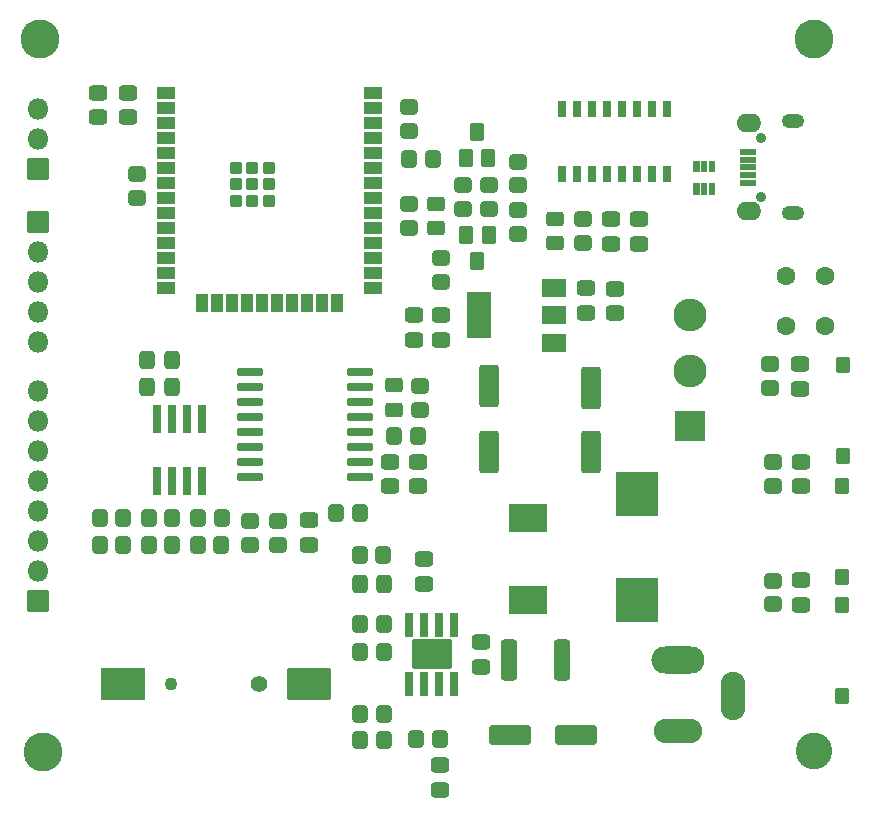
<source format=gbr>
%TF.GenerationSoftware,KiCad,Pcbnew,7.0.5*%
%TF.CreationDate,2023-07-07T19:33:34+07:00*%
%TF.ProjectId,19-6-2023_WeatherStation_QuocThang_V1,31392d36-2d32-4303-9233-5f5765617468,rev?*%
%TF.SameCoordinates,Original*%
%TF.FileFunction,Soldermask,Top*%
%TF.FilePolarity,Negative*%
%FSLAX46Y46*%
G04 Gerber Fmt 4.6, Leading zero omitted, Abs format (unit mm)*
G04 Created by KiCad (PCBNEW 7.0.5) date 2023-07-07 19:33:34*
%MOMM*%
%LPD*%
G01*
G04 APERTURE LIST*
G04 Aperture macros list*
%AMRoundRect*
0 Rectangle with rounded corners*
0 $1 Rounding radius*
0 $2 $3 $4 $5 $6 $7 $8 $9 X,Y pos of 4 corners*
0 Add a 4 corners polygon primitive as box body*
4,1,4,$2,$3,$4,$5,$6,$7,$8,$9,$2,$3,0*
0 Add four circle primitives for the rounded corners*
1,1,$1+$1,$2,$3*
1,1,$1+$1,$4,$5*
1,1,$1+$1,$6,$7*
1,1,$1+$1,$8,$9*
0 Add four rect primitives between the rounded corners*
20,1,$1+$1,$2,$3,$4,$5,0*
20,1,$1+$1,$4,$5,$6,$7,0*
20,1,$1+$1,$6,$7,$8,$9,0*
20,1,$1+$1,$8,$9,$2,$3,0*%
G04 Aperture macros list end*
%ADD10C,0.010000*%
%ADD11RoundRect,0.300800X-0.350000X-0.450000X0.350000X-0.450000X0.350000X0.450000X-0.350000X0.450000X0*%
%ADD12RoundRect,0.300800X-0.475000X0.337500X-0.475000X-0.337500X0.475000X-0.337500X0.475000X0.337500X0*%
%ADD13RoundRect,0.300800X-0.337500X-0.475000X0.337500X-0.475000X0.337500X0.475000X-0.337500X0.475000X0*%
%ADD14RoundRect,0.300800X0.450000X-0.350000X0.450000X0.350000X-0.450000X0.350000X-0.450000X-0.350000X0*%
%ADD15RoundRect,0.300800X0.475000X-0.337500X0.475000X0.337500X-0.475000X0.337500X-0.475000X-0.337500X0*%
%ADD16C,3.301600*%
%ADD17RoundRect,0.300800X0.350000X0.450000X-0.350000X0.450000X-0.350000X-0.450000X0.350000X-0.450000X0*%
%ADD18RoundRect,0.300800X-0.450000X0.350000X-0.450000X-0.350000X0.450000X-0.350000X0.450000X0.350000X0*%
%ADD19RoundRect,0.050800X-0.500000X-0.700000X0.500000X-0.700000X0.500000X0.700000X-0.500000X0.700000X0*%
%ADD20RoundRect,0.050800X0.850000X0.850000X-0.850000X0.850000X-0.850000X-0.850000X0.850000X-0.850000X0*%
%ADD21O,1.801600X1.801600*%
%ADD22RoundRect,0.300800X-0.450000X0.325000X-0.450000X-0.325000X0.450000X-0.325000X0.450000X0.325000X0*%
%ADD23RoundRect,0.050800X-0.500000X0.625000X-0.500000X-0.625000X0.500000X-0.625000X0.500000X0.625000X0*%
%ADD24RoundRect,0.300800X0.550000X-1.500000X0.550000X1.500000X-0.550000X1.500000X-0.550000X-1.500000X0*%
%ADD25RoundRect,0.050800X-0.850000X-0.850000X0.850000X-0.850000X0.850000X0.850000X-0.850000X0.850000X0*%
%ADD26RoundRect,0.050800X0.500000X0.700000X-0.500000X0.700000X-0.500000X-0.700000X0.500000X-0.700000X0*%
%ADD27RoundRect,0.100400X0.260400X-0.605400X0.260400X0.605400X-0.260400X0.605400X-0.260400X-0.605400X0*%
%ADD28C,1.601600*%
%ADD29C,1.101600*%
%ADD30C,1.401600*%
%ADD31RoundRect,0.050800X-1.770000X-1.300000X1.770000X-1.300000X1.770000X1.300000X-1.770000X1.300000X0*%
%ADD32RoundRect,0.050800X-1.830000X-1.300000X1.830000X-1.300000X1.830000X1.300000X-1.830000X1.300000X0*%
%ADD33RoundRect,0.300800X0.400000X1.450000X-0.400000X1.450000X-0.400000X-1.450000X0.400000X-1.450000X0*%
%ADD34RoundRect,0.050800X1.250000X-1.250000X1.250000X1.250000X-1.250000X1.250000X-1.250000X-1.250000X0*%
%ADD35O,2.801600X2.801600*%
%ADD36RoundRect,0.050800X-1.590000X1.125000X-1.590000X-1.125000X1.590000X-1.125000X1.590000X1.125000X0*%
%ADD37RoundRect,0.050800X1.590000X-1.125000X1.590000X1.125000X-1.590000X1.125000X-1.590000X-1.125000X0*%
%ADD38RoundRect,0.050800X1.750000X-1.775000X1.750000X1.775000X-1.750000X1.775000X-1.750000X-1.775000X0*%
%ADD39RoundRect,0.050800X-0.750000X-0.450000X0.750000X-0.450000X0.750000X0.450000X-0.750000X0.450000X0*%
%ADD40RoundRect,0.050800X-0.450000X-0.750000X0.450000X-0.750000X0.450000X0.750000X-0.450000X0.750000X0*%
%ADD41RoundRect,0.050800X-0.450000X-0.450000X0.450000X-0.450000X0.450000X0.450000X-0.450000X0.450000X0*%
%ADD42RoundRect,0.092100X0.983700X0.253700X-0.983700X0.253700X-0.983700X-0.253700X0.983700X-0.253700X0*%
%ADD43RoundRect,0.050800X1.000000X0.750000X-1.000000X0.750000X-1.000000X-0.750000X1.000000X-0.750000X0*%
%ADD44RoundRect,0.050800X1.000000X1.900000X-1.000000X1.900000X-1.000000X-1.900000X1.000000X-1.900000X0*%
%ADD45O,0.901600X0.901600*%
%ADD46RoundRect,0.050800X0.650000X-0.225000X0.650000X0.225000X-0.650000X0.225000X-0.650000X-0.225000X0*%
%ADD47O,1.901600X1.251600*%
%ADD48O,2.101600X1.551600*%
%ADD49C,3.101600*%
%ADD50RoundRect,0.050800X-0.300000X-1.100000X0.300000X-1.100000X0.300000X1.100000X-0.300000X1.100000X0*%
%ADD51RoundRect,0.300800X0.450000X-0.325000X0.450000X0.325000X-0.450000X0.325000X-0.450000X-0.325000X0*%
%ADD52O,4.501600X2.301600*%
%ADD53O,4.101600X2.101600*%
%ADD54O,2.101600X4.101600*%
%ADD55RoundRect,0.050800X-0.300000X0.985000X-0.300000X-0.985000X0.300000X-0.985000X0.300000X0.985000X0*%
%ADD56RoundRect,0.050800X-1.650000X1.205000X-1.650000X-1.205000X1.650000X-1.205000X1.650000X1.205000X0*%
%ADD57RoundRect,0.300800X-1.500000X-0.550000X1.500000X-0.550000X1.500000X0.550000X-1.500000X0.550000X0*%
G04 APERTURE END LIST*
%TO.C,D5*%
D10*
X169475000Y-55650700D02*
X169024564Y-55650700D01*
X169024564Y-54750000D01*
X169475000Y-54750000D01*
X169475000Y-55650700D01*
G36*
X169475000Y-55650700D02*
G01*
X169024564Y-55650700D01*
X169024564Y-54750000D01*
X169475000Y-54750000D01*
X169475000Y-55650700D01*
G37*
X169475000Y-53749917D02*
X169024855Y-53749917D01*
X169024855Y-52850000D01*
X169475000Y-52850000D01*
X169475000Y-53749917D01*
G36*
X169475000Y-53749917D02*
G01*
X169024855Y-53749917D01*
X169024855Y-52850000D01*
X169475000Y-52850000D01*
X169475000Y-53749917D01*
G37*
X170125000Y-53749435D02*
X169674746Y-53749435D01*
X169674746Y-52850000D01*
X170125000Y-52850000D01*
X170125000Y-53749435D01*
G36*
X170125000Y-53749435D02*
G01*
X169674746Y-53749435D01*
X169674746Y-52850000D01*
X170125000Y-52850000D01*
X170125000Y-53749435D01*
G37*
X170125000Y-55650820D02*
X169674869Y-55650820D01*
X169674869Y-54750000D01*
X170125000Y-54750000D01*
X170125000Y-55650820D01*
G36*
X170125000Y-55650820D02*
G01*
X169674869Y-55650820D01*
X169674869Y-54750000D01*
X170125000Y-54750000D01*
X170125000Y-55650820D01*
G37*
X170775000Y-53749692D02*
X170325262Y-53749692D01*
X170325262Y-52850000D01*
X170775000Y-52850000D01*
X170775000Y-53749692D01*
G36*
X170775000Y-53749692D02*
G01*
X170325262Y-53749692D01*
X170325262Y-52850000D01*
X170775000Y-52850000D01*
X170775000Y-53749692D01*
G37*
X170775000Y-55651810D02*
X170325551Y-55651810D01*
X170325551Y-54750000D01*
X170775000Y-54750000D01*
X170775000Y-55651810D01*
G36*
X170775000Y-55651810D02*
G01*
X170325551Y-55651810D01*
X170325551Y-54750000D01*
X170775000Y-54750000D01*
X170775000Y-55651810D01*
G37*
%TD*%
D11*
%TO.C,R23*%
X122920000Y-85400000D03*
X124920000Y-85400000D03*
%TD*%
D12*
%TO.C,C13*%
X178167000Y-88392500D03*
X178167000Y-90467500D03*
%TD*%
D13*
%TO.C,C22*%
X122812500Y-71980000D03*
X124887500Y-71980000D03*
%TD*%
D14*
%TO.C,R27*%
X133860000Y-85400000D03*
X133860000Y-83400000D03*
%TD*%
D11*
%TO.C,R21*%
X118760000Y-85400000D03*
X120760000Y-85400000D03*
%TD*%
D15*
%TO.C,C17*%
X164430000Y-59902500D03*
X164430000Y-57827500D03*
%TD*%
D16*
%TO.C,H4*%
X179230000Y-42555000D03*
%TD*%
D17*
%TO.C,R5*%
X142840000Y-92110000D03*
X140840000Y-92110000D03*
%TD*%
%TO.C,R2*%
X147550000Y-101845000D03*
X145550000Y-101845000D03*
%TD*%
D16*
%TO.C,H1*%
X113950000Y-102908000D03*
%TD*%
D15*
%TO.C,C16*%
X118620000Y-49167500D03*
X118620000Y-47092500D03*
%TD*%
D14*
%TO.C,R26*%
X131480000Y-85400000D03*
X131480000Y-83400000D03*
%TD*%
%TO.C,R17*%
X154150000Y-54950000D03*
X154150000Y-52950000D03*
%TD*%
D18*
%TO.C,R18*%
X149550000Y-54950000D03*
X149550000Y-56950000D03*
%TD*%
D19*
%TO.C,Q1*%
X149750000Y-52650000D03*
X151650000Y-52650000D03*
X150700000Y-50450000D03*
%TD*%
D20*
%TO.C,J4*%
X113540000Y-90140000D03*
D21*
X113540000Y-87600000D03*
X113540000Y-85060000D03*
X113540000Y-82520000D03*
X113540000Y-79980000D03*
X113540000Y-77440000D03*
X113540000Y-74900000D03*
X113540000Y-72360000D03*
%TD*%
D13*
%TO.C,C6*%
X140772500Y-88660000D03*
X142847500Y-88660000D03*
%TD*%
D15*
%TO.C,C4*%
X159920000Y-65752500D03*
X159920000Y-63677500D03*
%TD*%
D22*
%TO.C,D3*%
X143670000Y-71890000D03*
X143670000Y-73940000D03*
%TD*%
D23*
%TO.C,FLASH*%
X181700000Y-70117500D03*
X181700000Y-77867500D03*
%TD*%
D24*
%TO.C,C9*%
X151740000Y-77530000D03*
X151740000Y-71930000D03*
%TD*%
D15*
%TO.C,C19*%
X136500000Y-85397500D03*
X136500000Y-83322500D03*
%TD*%
D22*
%TO.C,D2*%
X157320000Y-57782500D03*
X157320000Y-59832500D03*
%TD*%
D24*
%TO.C,C11*%
X160340000Y-77530000D03*
X160340000Y-72130000D03*
%TD*%
D12*
%TO.C,C21*%
X143335000Y-78370000D03*
X143335000Y-80445000D03*
%TD*%
D25*
%TO.C,J5*%
X113550000Y-58050000D03*
D21*
X113550000Y-60590000D03*
X113550000Y-63130000D03*
X113550000Y-65670000D03*
X113550000Y-68210000D03*
%TD*%
D26*
%TO.C,Q2*%
X151700000Y-59150000D03*
X149800000Y-59150000D03*
X150750000Y-61350000D03*
%TD*%
D11*
%TO.C,R22*%
X122920000Y-83090000D03*
X124920000Y-83090000D03*
%TD*%
D27*
%TO.C,U5*%
X157865000Y-54005000D03*
X159135000Y-54005000D03*
X160405000Y-54005000D03*
X161675000Y-54005000D03*
X162945000Y-54005000D03*
X164215000Y-54005000D03*
X165485000Y-54005000D03*
X166755000Y-54005000D03*
X166755000Y-48505000D03*
X165485000Y-48505000D03*
X164215000Y-48505000D03*
X162945000Y-48505000D03*
X161675000Y-48505000D03*
X160405000Y-48505000D03*
X159135000Y-48505000D03*
X157865000Y-48505000D03*
%TD*%
D28*
%TO.C,TP2*%
X180150000Y-62595000D03*
%TD*%
D14*
%TO.C,R9*%
X175520000Y-72112500D03*
X175520000Y-70112500D03*
%TD*%
D29*
%TO.C,J3*%
X124770000Y-97175000D03*
D30*
X132270000Y-97175000D03*
D31*
X136500000Y-97175000D03*
D32*
X120700000Y-97175000D03*
%TD*%
D14*
%TO.C,R15*%
X144950000Y-58550000D03*
X144950000Y-56550000D03*
%TD*%
D17*
%TO.C,R1*%
X142830000Y-101905000D03*
X140830000Y-101905000D03*
%TD*%
D33*
%TO.C,F1*%
X157885000Y-95175000D03*
X153435000Y-95175000D03*
%TD*%
D17*
%TO.C,R25*%
X129060000Y-85400000D03*
X127060000Y-85400000D03*
%TD*%
D18*
%TO.C,R7*%
X159690000Y-57835000D03*
X159690000Y-59835000D03*
%TD*%
D34*
%TO.C,SW4*%
X168710000Y-75355000D03*
D35*
X168710000Y-70655000D03*
X168710000Y-65955000D03*
%TD*%
D12*
%TO.C,C2*%
X147570000Y-104067500D03*
X147570000Y-106142500D03*
%TD*%
D18*
%TO.C,R11*%
X144950000Y-48350000D03*
X144950000Y-50350000D03*
%TD*%
D14*
%TO.C,R19*%
X151750000Y-56950000D03*
X151750000Y-54950000D03*
%TD*%
D36*
%TO.C,D1*%
X155050000Y-83155000D03*
D37*
X155050000Y-90065000D03*
%TD*%
D17*
%TO.C,R3*%
X142840000Y-94490000D03*
X140840000Y-94490000D03*
%TD*%
D12*
%TO.C,C20*%
X145705000Y-78370000D03*
X145705000Y-80445000D03*
%TD*%
D28*
%TO.C,TP4*%
X176830000Y-62605000D03*
%TD*%
D18*
%TO.C,R30*%
X121950000Y-54010000D03*
X121950000Y-56010000D03*
%TD*%
D13*
%TO.C,C23*%
X122812500Y-69750000D03*
X124887500Y-69750000D03*
%TD*%
D38*
%TO.C,L1*%
X164242500Y-90065000D03*
X164242500Y-81115000D03*
%TD*%
D39*
%TO.C,U4*%
X124420000Y-47120000D03*
X124420000Y-48390000D03*
X124420000Y-49660000D03*
X124420000Y-50930000D03*
X124420000Y-52200000D03*
X124420000Y-53470000D03*
X124420000Y-54740000D03*
X124420000Y-56010000D03*
X124420000Y-57280000D03*
X124420000Y-58550000D03*
X124420000Y-59820000D03*
X124420000Y-61090000D03*
X124420000Y-62360000D03*
X124420000Y-63630000D03*
D40*
X127455000Y-64880000D03*
X128725000Y-64880000D03*
X129995000Y-64880000D03*
X131265000Y-64880000D03*
X132535000Y-64880000D03*
X133805000Y-64880000D03*
X135075000Y-64880000D03*
X136345000Y-64880000D03*
X137615000Y-64880000D03*
X138885000Y-64880000D03*
D39*
X141920000Y-63630000D03*
X141920000Y-62360000D03*
X141920000Y-61090000D03*
X141920000Y-59820000D03*
X141920000Y-58550000D03*
X141920000Y-57280000D03*
X141920000Y-56010000D03*
X141920000Y-54740000D03*
X141920000Y-53470000D03*
X141920000Y-52200000D03*
X141920000Y-50930000D03*
X141920000Y-49660000D03*
X141920000Y-48390000D03*
X141920000Y-47120000D03*
D41*
X130270000Y-53440000D03*
X131670000Y-53440000D03*
X133070000Y-53440000D03*
X130270000Y-54840000D03*
X131670000Y-54840000D03*
X133070000Y-54840000D03*
X130270000Y-56240000D03*
X131670000Y-56240000D03*
X133070000Y-56240000D03*
%TD*%
D17*
%TO.C,R10*%
X146950000Y-52710000D03*
X144950000Y-52710000D03*
%TD*%
D42*
%TO.C,U7*%
X140780000Y-79640000D03*
X140780000Y-78370000D03*
X140780000Y-77100000D03*
X140780000Y-75830000D03*
X140780000Y-74560000D03*
X140780000Y-73290000D03*
X140780000Y-72020000D03*
X140780000Y-70750000D03*
X131470000Y-70750000D03*
X131470000Y-72020000D03*
X131470000Y-73290000D03*
X131470000Y-74560000D03*
X131470000Y-75830000D03*
X131470000Y-77100000D03*
X131470000Y-78370000D03*
X131470000Y-79640000D03*
%TD*%
D43*
%TO.C,U3*%
X157220000Y-68265000D03*
X157220000Y-65965000D03*
D44*
X150920000Y-65965000D03*
D43*
X157220000Y-63665000D03*
%TD*%
D18*
%TO.C,R8*%
X145900000Y-71935000D03*
X145900000Y-73935000D03*
%TD*%
D15*
%TO.C,C5*%
X151015000Y-95717500D03*
X151015000Y-93642500D03*
%TD*%
D17*
%TO.C,R4*%
X142840000Y-99695000D03*
X140840000Y-99695000D03*
%TD*%
D15*
%TO.C,C3*%
X162380000Y-65782500D03*
X162380000Y-63707500D03*
%TD*%
D45*
%TO.C,J2*%
X174750000Y-55915000D03*
X174750000Y-50915000D03*
D46*
X173650000Y-54715000D03*
X173650000Y-54065000D03*
X173650000Y-53415000D03*
X173650000Y-52765000D03*
X173650000Y-52115000D03*
D47*
X177500000Y-57290000D03*
D48*
X173700000Y-57140000D03*
X173700000Y-49690000D03*
D47*
X177500000Y-49540000D03*
%TD*%
D16*
%TO.C,H3*%
X113730000Y-42555000D03*
%TD*%
D18*
%TO.C,R14*%
X147667000Y-61108000D03*
X147667000Y-63108000D03*
%TD*%
D49*
%TO.C,H2*%
X179230000Y-102808000D03*
%TD*%
D23*
%TO.C,EN*%
X181650000Y-90467500D03*
X181650000Y-98217500D03*
%TD*%
D15*
%TO.C,C10*%
X145400000Y-68027500D03*
X145400000Y-65952500D03*
%TD*%
D14*
%TO.C,R12*%
X175750000Y-90405000D03*
X175750000Y-88405000D03*
%TD*%
D15*
%TO.C,C15*%
X121150000Y-49187500D03*
X121150000Y-47112500D03*
%TD*%
%TO.C,C8*%
X147650000Y-68027500D03*
X147650000Y-65952500D03*
%TD*%
D12*
%TO.C,C7*%
X146250000Y-86612500D03*
X146250000Y-88687500D03*
%TD*%
D50*
%TO.C,U6*%
X123650000Y-79940000D03*
X124920000Y-79940000D03*
X126190000Y-79940000D03*
X127460000Y-79940000D03*
X127460000Y-74740000D03*
X126190000Y-74740000D03*
X124920000Y-74740000D03*
X123650000Y-74740000D03*
%TD*%
D23*
%TO.C,BUTTON *%
X181650000Y-80380000D03*
X181650000Y-88130000D03*
%TD*%
D14*
%TO.C,R13*%
X175750000Y-80380000D03*
X175750000Y-78380000D03*
%TD*%
%TO.C,R16*%
X154150000Y-59050000D03*
X154150000Y-57050000D03*
%TD*%
D51*
%TO.C,D4*%
X147250000Y-58575000D03*
X147250000Y-56525000D03*
%TD*%
D20*
%TO.C,J6*%
X113520000Y-53595000D03*
D21*
X113520000Y-51055000D03*
X113520000Y-48515000D03*
%TD*%
D12*
%TO.C,C12*%
X178050000Y-70105000D03*
X178050000Y-72180000D03*
%TD*%
D11*
%TO.C,R20*%
X118750000Y-83090000D03*
X120750000Y-83090000D03*
%TD*%
D17*
%TO.C,R24*%
X129100000Y-83090000D03*
X127100000Y-83090000D03*
%TD*%
D52*
%TO.C,J1*%
X167700000Y-95162500D03*
D53*
X167700000Y-101162500D03*
D54*
X172400000Y-98162500D03*
%TD*%
D55*
%TO.C,U2*%
X148800000Y-92180000D03*
X147530000Y-92180000D03*
X146260000Y-92180000D03*
X144990000Y-92180000D03*
X144990000Y-97130000D03*
X146260000Y-97130000D03*
X147530000Y-97130000D03*
X148800000Y-97130000D03*
D56*
X146895000Y-94655000D03*
%TD*%
D11*
%TO.C,R28*%
X138770000Y-82670000D03*
X140770000Y-82670000D03*
%TD*%
%TO.C,R6*%
X140767500Y-86275000D03*
X142767500Y-86275000D03*
%TD*%
D28*
%TO.C,TP1*%
X176830000Y-66845000D03*
%TD*%
%TO.C,TP3*%
X180150000Y-66845000D03*
%TD*%
D12*
%TO.C,C14*%
X178167000Y-78363000D03*
X178167000Y-80438000D03*
%TD*%
D57*
%TO.C,C1*%
X153530000Y-101475000D03*
X159130000Y-101475000D03*
%TD*%
D17*
%TO.C,R29*%
X145705000Y-76190000D03*
X143705000Y-76190000D03*
%TD*%
D12*
%TO.C,C18*%
X162045000Y-57827500D03*
X162045000Y-59902500D03*
%TD*%
M02*

</source>
